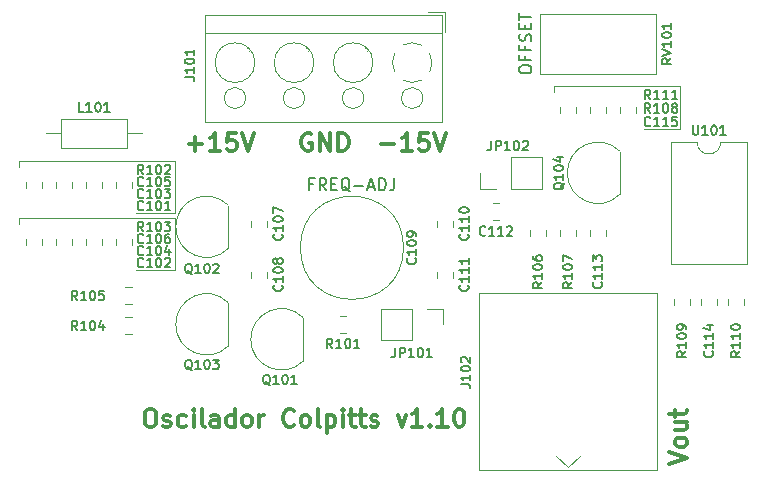
<source format=gbr>
G04 #@! TF.GenerationSoftware,KiCad,Pcbnew,(5.1.2)-1*
G04 #@! TF.CreationDate,2019-08-30T22:43:59-03:00*
G04 #@! TF.ProjectId,colpitts,636f6c70-6974-4747-932e-6b696361645f,v1*
G04 #@! TF.SameCoordinates,Original*
G04 #@! TF.FileFunction,Legend,Top*
G04 #@! TF.FilePolarity,Positive*
%FSLAX46Y46*%
G04 Gerber Fmt 4.6, Leading zero omitted, Abs format (unit mm)*
G04 Created by KiCad (PCBNEW (5.1.2)-1) date 2019-08-30 22:43:59*
%MOMM*%
%LPD*%
G04 APERTURE LIST*
%ADD10C,0.150000*%
%ADD11C,0.300000*%
%ADD12C,0.120000*%
G04 APERTURE END LIST*
D10*
X116626095Y-85272571D02*
X116292761Y-85272571D01*
X116292761Y-85796380D02*
X116292761Y-84796380D01*
X116768952Y-84796380D01*
X117721333Y-85796380D02*
X117388000Y-85320190D01*
X117149904Y-85796380D02*
X117149904Y-84796380D01*
X117530857Y-84796380D01*
X117626095Y-84844000D01*
X117673714Y-84891619D01*
X117721333Y-84986857D01*
X117721333Y-85129714D01*
X117673714Y-85224952D01*
X117626095Y-85272571D01*
X117530857Y-85320190D01*
X117149904Y-85320190D01*
X118149904Y-85272571D02*
X118483238Y-85272571D01*
X118626095Y-85796380D02*
X118149904Y-85796380D01*
X118149904Y-84796380D01*
X118626095Y-84796380D01*
X119721333Y-85891619D02*
X119626095Y-85844000D01*
X119530857Y-85748761D01*
X119388000Y-85605904D01*
X119292761Y-85558285D01*
X119197523Y-85558285D01*
X119245142Y-85796380D02*
X119149904Y-85748761D01*
X119054666Y-85653523D01*
X119007047Y-85463047D01*
X119007047Y-85129714D01*
X119054666Y-84939238D01*
X119149904Y-84844000D01*
X119245142Y-84796380D01*
X119435619Y-84796380D01*
X119530857Y-84844000D01*
X119626095Y-84939238D01*
X119673714Y-85129714D01*
X119673714Y-85463047D01*
X119626095Y-85653523D01*
X119530857Y-85748761D01*
X119435619Y-85796380D01*
X119245142Y-85796380D01*
X120102285Y-85415428D02*
X120864190Y-85415428D01*
X121292761Y-85510666D02*
X121768952Y-85510666D01*
X121197523Y-85796380D02*
X121530857Y-84796380D01*
X121864190Y-85796380D01*
X122197523Y-85796380D02*
X122197523Y-84796380D01*
X122435619Y-84796380D01*
X122578476Y-84844000D01*
X122673714Y-84939238D01*
X122721333Y-85034476D01*
X122768952Y-85224952D01*
X122768952Y-85367809D01*
X122721333Y-85558285D01*
X122673714Y-85653523D01*
X122578476Y-85748761D01*
X122435619Y-85796380D01*
X122197523Y-85796380D01*
X123483238Y-84796380D02*
X123483238Y-85510666D01*
X123435619Y-85653523D01*
X123340380Y-85748761D01*
X123197523Y-85796380D01*
X123102285Y-85796380D01*
D11*
X146752571Y-108965714D02*
X148252571Y-108465714D01*
X146752571Y-107965714D01*
X148252571Y-107251428D02*
X148181142Y-107394285D01*
X148109714Y-107465714D01*
X147966857Y-107537142D01*
X147538285Y-107537142D01*
X147395428Y-107465714D01*
X147324000Y-107394285D01*
X147252571Y-107251428D01*
X147252571Y-107037142D01*
X147324000Y-106894285D01*
X147395428Y-106822857D01*
X147538285Y-106751428D01*
X147966857Y-106751428D01*
X148109714Y-106822857D01*
X148181142Y-106894285D01*
X148252571Y-107037142D01*
X148252571Y-107251428D01*
X147252571Y-105465714D02*
X148252571Y-105465714D01*
X147252571Y-106108571D02*
X148038285Y-106108571D01*
X148181142Y-106037142D01*
X148252571Y-105894285D01*
X148252571Y-105680000D01*
X148181142Y-105537142D01*
X148109714Y-105465714D01*
X147252571Y-104965714D02*
X147252571Y-104394285D01*
X146752571Y-104751428D02*
X148038285Y-104751428D01*
X148181142Y-104680000D01*
X148252571Y-104537142D01*
X148252571Y-104394285D01*
D10*
X134072380Y-75667904D02*
X134072380Y-75477428D01*
X134120000Y-75382190D01*
X134215238Y-75286952D01*
X134405714Y-75239333D01*
X134739047Y-75239333D01*
X134929523Y-75286952D01*
X135024761Y-75382190D01*
X135072380Y-75477428D01*
X135072380Y-75667904D01*
X135024761Y-75763142D01*
X134929523Y-75858380D01*
X134739047Y-75906000D01*
X134405714Y-75906000D01*
X134215238Y-75858380D01*
X134120000Y-75763142D01*
X134072380Y-75667904D01*
X134548571Y-74477428D02*
X134548571Y-74810761D01*
X135072380Y-74810761D02*
X134072380Y-74810761D01*
X134072380Y-74334571D01*
X134548571Y-73620285D02*
X134548571Y-73953619D01*
X135072380Y-73953619D02*
X134072380Y-73953619D01*
X134072380Y-73477428D01*
X135024761Y-73144095D02*
X135072380Y-73001238D01*
X135072380Y-72763142D01*
X135024761Y-72667904D01*
X134977142Y-72620285D01*
X134881904Y-72572666D01*
X134786666Y-72572666D01*
X134691428Y-72620285D01*
X134643809Y-72667904D01*
X134596190Y-72763142D01*
X134548571Y-72953619D01*
X134500952Y-73048857D01*
X134453333Y-73096476D01*
X134358095Y-73144095D01*
X134262857Y-73144095D01*
X134167619Y-73096476D01*
X134120000Y-73048857D01*
X134072380Y-72953619D01*
X134072380Y-72715523D01*
X134120000Y-72572666D01*
X134548571Y-72144095D02*
X134548571Y-71810761D01*
X135072380Y-71667904D02*
X135072380Y-72144095D01*
X134072380Y-72144095D01*
X134072380Y-71667904D01*
X134072380Y-71382190D02*
X134072380Y-70810761D01*
X135072380Y-71096476D02*
X134072380Y-71096476D01*
D11*
X122325142Y-81895142D02*
X123468000Y-81895142D01*
X124968000Y-82466571D02*
X124110857Y-82466571D01*
X124539428Y-82466571D02*
X124539428Y-80966571D01*
X124396571Y-81180857D01*
X124253714Y-81323714D01*
X124110857Y-81395142D01*
X126325142Y-80966571D02*
X125610857Y-80966571D01*
X125539428Y-81680857D01*
X125610857Y-81609428D01*
X125753714Y-81538000D01*
X126110857Y-81538000D01*
X126253714Y-81609428D01*
X126325142Y-81680857D01*
X126396571Y-81823714D01*
X126396571Y-82180857D01*
X126325142Y-82323714D01*
X126253714Y-82395142D01*
X126110857Y-82466571D01*
X125753714Y-82466571D01*
X125610857Y-82395142D01*
X125539428Y-82323714D01*
X126825142Y-80966571D02*
X127325142Y-82466571D01*
X127825142Y-80966571D01*
X116459142Y-81038000D02*
X116316285Y-80966571D01*
X116102000Y-80966571D01*
X115887714Y-81038000D01*
X115744857Y-81180857D01*
X115673428Y-81323714D01*
X115602000Y-81609428D01*
X115602000Y-81823714D01*
X115673428Y-82109428D01*
X115744857Y-82252285D01*
X115887714Y-82395142D01*
X116102000Y-82466571D01*
X116244857Y-82466571D01*
X116459142Y-82395142D01*
X116530571Y-82323714D01*
X116530571Y-81823714D01*
X116244857Y-81823714D01*
X117173428Y-82466571D02*
X117173428Y-80966571D01*
X118030571Y-82466571D01*
X118030571Y-80966571D01*
X118744857Y-82466571D02*
X118744857Y-80966571D01*
X119102000Y-80966571D01*
X119316285Y-81038000D01*
X119459142Y-81180857D01*
X119530571Y-81323714D01*
X119602000Y-81609428D01*
X119602000Y-81823714D01*
X119530571Y-82109428D01*
X119459142Y-82252285D01*
X119316285Y-82395142D01*
X119102000Y-82466571D01*
X118744857Y-82466571D01*
X106069142Y-81895142D02*
X107212000Y-81895142D01*
X106640571Y-82466571D02*
X106640571Y-81323714D01*
X108712000Y-82466571D02*
X107854857Y-82466571D01*
X108283428Y-82466571D02*
X108283428Y-80966571D01*
X108140571Y-81180857D01*
X107997714Y-81323714D01*
X107854857Y-81395142D01*
X110069142Y-80966571D02*
X109354857Y-80966571D01*
X109283428Y-81680857D01*
X109354857Y-81609428D01*
X109497714Y-81538000D01*
X109854857Y-81538000D01*
X109997714Y-81609428D01*
X110069142Y-81680857D01*
X110140571Y-81823714D01*
X110140571Y-82180857D01*
X110069142Y-82323714D01*
X109997714Y-82395142D01*
X109854857Y-82466571D01*
X109497714Y-82466571D01*
X109354857Y-82395142D01*
X109283428Y-82323714D01*
X110569142Y-80966571D02*
X111069142Y-82466571D01*
X111569142Y-80966571D01*
X102691857Y-104334571D02*
X102977571Y-104334571D01*
X103120428Y-104406000D01*
X103263285Y-104548857D01*
X103334714Y-104834571D01*
X103334714Y-105334571D01*
X103263285Y-105620285D01*
X103120428Y-105763142D01*
X102977571Y-105834571D01*
X102691857Y-105834571D01*
X102549000Y-105763142D01*
X102406142Y-105620285D01*
X102334714Y-105334571D01*
X102334714Y-104834571D01*
X102406142Y-104548857D01*
X102549000Y-104406000D01*
X102691857Y-104334571D01*
X103906142Y-105763142D02*
X104049000Y-105834571D01*
X104334714Y-105834571D01*
X104477571Y-105763142D01*
X104549000Y-105620285D01*
X104549000Y-105548857D01*
X104477571Y-105406000D01*
X104334714Y-105334571D01*
X104120428Y-105334571D01*
X103977571Y-105263142D01*
X103906142Y-105120285D01*
X103906142Y-105048857D01*
X103977571Y-104906000D01*
X104120428Y-104834571D01*
X104334714Y-104834571D01*
X104477571Y-104906000D01*
X105834714Y-105763142D02*
X105691857Y-105834571D01*
X105406142Y-105834571D01*
X105263285Y-105763142D01*
X105191857Y-105691714D01*
X105120428Y-105548857D01*
X105120428Y-105120285D01*
X105191857Y-104977428D01*
X105263285Y-104906000D01*
X105406142Y-104834571D01*
X105691857Y-104834571D01*
X105834714Y-104906000D01*
X106477571Y-105834571D02*
X106477571Y-104834571D01*
X106477571Y-104334571D02*
X106406142Y-104406000D01*
X106477571Y-104477428D01*
X106549000Y-104406000D01*
X106477571Y-104334571D01*
X106477571Y-104477428D01*
X107406142Y-105834571D02*
X107263285Y-105763142D01*
X107191857Y-105620285D01*
X107191857Y-104334571D01*
X108620428Y-105834571D02*
X108620428Y-105048857D01*
X108549000Y-104906000D01*
X108406142Y-104834571D01*
X108120428Y-104834571D01*
X107977571Y-104906000D01*
X108620428Y-105763142D02*
X108477571Y-105834571D01*
X108120428Y-105834571D01*
X107977571Y-105763142D01*
X107906142Y-105620285D01*
X107906142Y-105477428D01*
X107977571Y-105334571D01*
X108120428Y-105263142D01*
X108477571Y-105263142D01*
X108620428Y-105191714D01*
X109977571Y-105834571D02*
X109977571Y-104334571D01*
X109977571Y-105763142D02*
X109834714Y-105834571D01*
X109549000Y-105834571D01*
X109406142Y-105763142D01*
X109334714Y-105691714D01*
X109263285Y-105548857D01*
X109263285Y-105120285D01*
X109334714Y-104977428D01*
X109406142Y-104906000D01*
X109549000Y-104834571D01*
X109834714Y-104834571D01*
X109977571Y-104906000D01*
X110906142Y-105834571D02*
X110763285Y-105763142D01*
X110691857Y-105691714D01*
X110620428Y-105548857D01*
X110620428Y-105120285D01*
X110691857Y-104977428D01*
X110763285Y-104906000D01*
X110906142Y-104834571D01*
X111120428Y-104834571D01*
X111263285Y-104906000D01*
X111334714Y-104977428D01*
X111406142Y-105120285D01*
X111406142Y-105548857D01*
X111334714Y-105691714D01*
X111263285Y-105763142D01*
X111120428Y-105834571D01*
X110906142Y-105834571D01*
X112049000Y-105834571D02*
X112049000Y-104834571D01*
X112049000Y-105120285D02*
X112120428Y-104977428D01*
X112191857Y-104906000D01*
X112334714Y-104834571D01*
X112477571Y-104834571D01*
X114977571Y-105691714D02*
X114906142Y-105763142D01*
X114691857Y-105834571D01*
X114549000Y-105834571D01*
X114334714Y-105763142D01*
X114191857Y-105620285D01*
X114120428Y-105477428D01*
X114049000Y-105191714D01*
X114049000Y-104977428D01*
X114120428Y-104691714D01*
X114191857Y-104548857D01*
X114334714Y-104406000D01*
X114549000Y-104334571D01*
X114691857Y-104334571D01*
X114906142Y-104406000D01*
X114977571Y-104477428D01*
X115834714Y-105834571D02*
X115691857Y-105763142D01*
X115620428Y-105691714D01*
X115549000Y-105548857D01*
X115549000Y-105120285D01*
X115620428Y-104977428D01*
X115691857Y-104906000D01*
X115834714Y-104834571D01*
X116049000Y-104834571D01*
X116191857Y-104906000D01*
X116263285Y-104977428D01*
X116334714Y-105120285D01*
X116334714Y-105548857D01*
X116263285Y-105691714D01*
X116191857Y-105763142D01*
X116049000Y-105834571D01*
X115834714Y-105834571D01*
X117191857Y-105834571D02*
X117049000Y-105763142D01*
X116977571Y-105620285D01*
X116977571Y-104334571D01*
X117763285Y-104834571D02*
X117763285Y-106334571D01*
X117763285Y-104906000D02*
X117906142Y-104834571D01*
X118191857Y-104834571D01*
X118334714Y-104906000D01*
X118406142Y-104977428D01*
X118477571Y-105120285D01*
X118477571Y-105548857D01*
X118406142Y-105691714D01*
X118334714Y-105763142D01*
X118191857Y-105834571D01*
X117906142Y-105834571D01*
X117763285Y-105763142D01*
X119120428Y-105834571D02*
X119120428Y-104834571D01*
X119120428Y-104334571D02*
X119049000Y-104406000D01*
X119120428Y-104477428D01*
X119191857Y-104406000D01*
X119120428Y-104334571D01*
X119120428Y-104477428D01*
X119620428Y-104834571D02*
X120191857Y-104834571D01*
X119834714Y-104334571D02*
X119834714Y-105620285D01*
X119906142Y-105763142D01*
X120049000Y-105834571D01*
X120191857Y-105834571D01*
X120477571Y-104834571D02*
X121049000Y-104834571D01*
X120691857Y-104334571D02*
X120691857Y-105620285D01*
X120763285Y-105763142D01*
X120906142Y-105834571D01*
X121049000Y-105834571D01*
X121477571Y-105763142D02*
X121620428Y-105834571D01*
X121906142Y-105834571D01*
X122049000Y-105763142D01*
X122120428Y-105620285D01*
X122120428Y-105548857D01*
X122049000Y-105406000D01*
X121906142Y-105334571D01*
X121691857Y-105334571D01*
X121549000Y-105263142D01*
X121477571Y-105120285D01*
X121477571Y-105048857D01*
X121549000Y-104906000D01*
X121691857Y-104834571D01*
X121906142Y-104834571D01*
X122049000Y-104906000D01*
X123763285Y-104834571D02*
X124120428Y-105834571D01*
X124477571Y-104834571D01*
X125834714Y-105834571D02*
X124977571Y-105834571D01*
X125406142Y-105834571D02*
X125406142Y-104334571D01*
X125263285Y-104548857D01*
X125120428Y-104691714D01*
X124977571Y-104763142D01*
X126477571Y-105691714D02*
X126549000Y-105763142D01*
X126477571Y-105834571D01*
X126406142Y-105763142D01*
X126477571Y-105691714D01*
X126477571Y-105834571D01*
X127977571Y-105834571D02*
X127120428Y-105834571D01*
X127549000Y-105834571D02*
X127549000Y-104334571D01*
X127406142Y-104548857D01*
X127263285Y-104691714D01*
X127120428Y-104763142D01*
X128906142Y-104334571D02*
X129049000Y-104334571D01*
X129191857Y-104406000D01*
X129263285Y-104477428D01*
X129334714Y-104620285D01*
X129406142Y-104906000D01*
X129406142Y-105263142D01*
X129334714Y-105548857D01*
X129263285Y-105691714D01*
X129191857Y-105763142D01*
X129049000Y-105834571D01*
X128906142Y-105834571D01*
X128763285Y-105763142D01*
X128691857Y-105691714D01*
X128620428Y-105548857D01*
X128549000Y-105263142D01*
X128549000Y-104906000D01*
X128620428Y-104620285D01*
X128691857Y-104477428D01*
X128763285Y-104406000D01*
X128906142Y-104334571D01*
D12*
X137033000Y-76962000D02*
X137033000Y-77470000D01*
X144653000Y-80645000D02*
X147701000Y-80645000D01*
X147701000Y-76962000D02*
X147701000Y-80645000D01*
X137033000Y-76962000D02*
X147701000Y-76962000D01*
X104902000Y-92583000D02*
X101600000Y-92583000D01*
X104902000Y-88138000D02*
X104902000Y-92583000D01*
X91694000Y-88138000D02*
X104902000Y-88138000D01*
X91694000Y-88646000D02*
X91694000Y-88138000D01*
X104902000Y-87757000D02*
X101600000Y-87757000D01*
X91694000Y-83312000D02*
X91694000Y-83820000D01*
X104902000Y-83312000D02*
X91694000Y-83312000D01*
X104902000Y-87757000D02*
X104902000Y-83312000D01*
X109419000Y-90700000D02*
X109419000Y-87100000D01*
X109407478Y-90738478D02*
G75*
G02X104969000Y-88900000I-1838478J1838478D01*
G01*
X109407478Y-87061522D02*
G75*
G03X104969000Y-88900000I-1838478J-1838478D01*
G01*
X151114000Y-81728000D02*
G75*
G02X149114000Y-81728000I-1000000J0D01*
G01*
X149114000Y-81728000D02*
X146879000Y-81728000D01*
X146879000Y-81728000D02*
X146879000Y-92008000D01*
X146879000Y-92008000D02*
X153349000Y-92008000D01*
X153349000Y-92008000D02*
X153349000Y-81728000D01*
X153349000Y-81728000D02*
X151114000Y-81728000D01*
X145601000Y-70871000D02*
X145601000Y-75941000D01*
X135831000Y-70871000D02*
X135831000Y-75941000D01*
X145601000Y-75941000D02*
X135831000Y-75941000D01*
X145601000Y-70871000D02*
X135831000Y-70871000D01*
X143966000Y-78732748D02*
X143966000Y-79255252D01*
X142546000Y-78732748D02*
X142546000Y-79255252D01*
X151690000Y-95511252D02*
X151690000Y-94988748D01*
X153110000Y-95511252D02*
X153110000Y-94988748D01*
X148538000Y-94988748D02*
X148538000Y-95511252D01*
X147118000Y-94988748D02*
X147118000Y-95511252D01*
X140006000Y-79255252D02*
X140006000Y-78732748D01*
X141426000Y-79255252D02*
X141426000Y-78732748D01*
X137466000Y-89669252D02*
X137466000Y-89146748D01*
X138886000Y-89669252D02*
X138886000Y-89146748D01*
X134926000Y-89669252D02*
X134926000Y-89146748D01*
X136346000Y-89669252D02*
X136346000Y-89146748D01*
X100703748Y-94032000D02*
X101226252Y-94032000D01*
X100703748Y-95452000D02*
X101226252Y-95452000D01*
X101226252Y-97992000D02*
X100703748Y-97992000D01*
X101226252Y-96572000D02*
X100703748Y-96572000D01*
X101294000Y-89908748D02*
X101294000Y-90431252D01*
X99874000Y-89908748D02*
X99874000Y-90431252D01*
X101294000Y-85082748D02*
X101294000Y-85605252D01*
X99874000Y-85082748D02*
X99874000Y-85605252D01*
X119396252Y-97865000D02*
X118873748Y-97865000D01*
X119396252Y-96445000D02*
X118873748Y-96445000D01*
X142566000Y-86128000D02*
X142566000Y-82528000D01*
X142554478Y-86166478D02*
G75*
G02X138116000Y-84328000I-1838478J1838478D01*
G01*
X142554478Y-82489522D02*
G75*
G03X138116000Y-84328000I-1838478J-1838478D01*
G01*
X109419000Y-98955000D02*
X109419000Y-95355000D01*
X109407478Y-98993478D02*
G75*
G02X104969000Y-97155000I-1838478J1838478D01*
G01*
X109407478Y-95316522D02*
G75*
G03X104969000Y-97155000I-1838478J-1838478D01*
G01*
X115769000Y-100225000D02*
X115769000Y-96625000D01*
X115757478Y-100263478D02*
G75*
G02X111319000Y-98425000I-1838478J1838478D01*
G01*
X115757478Y-96586522D02*
G75*
G03X111319000Y-98425000I-1838478J-1838478D01*
G01*
X95294000Y-79780000D02*
X95294000Y-82220000D01*
X95294000Y-82220000D02*
X100834000Y-82220000D01*
X100834000Y-82220000D02*
X100834000Y-79780000D01*
X100834000Y-79780000D02*
X95294000Y-79780000D01*
X94024000Y-81000000D02*
X95294000Y-81000000D01*
X102104000Y-81000000D02*
X100834000Y-81000000D01*
X135950000Y-85658000D02*
X135950000Y-82998000D01*
X133350000Y-85658000D02*
X135950000Y-85658000D01*
X133350000Y-82998000D02*
X135950000Y-82998000D01*
X133350000Y-85658000D02*
X133350000Y-82998000D01*
X132080000Y-85658000D02*
X130750000Y-85658000D01*
X130750000Y-85658000D02*
X130750000Y-84328000D01*
X122368000Y-95825000D02*
X122368000Y-98485000D01*
X124968000Y-95825000D02*
X122368000Y-95825000D01*
X124968000Y-98485000D02*
X122368000Y-98485000D01*
X124968000Y-95825000D02*
X124968000Y-98485000D01*
X126238000Y-95825000D02*
X127568000Y-95825000D01*
X127568000Y-95825000D02*
X127568000Y-97155000D01*
X145676000Y-109474000D02*
X130676000Y-109474000D01*
X130676000Y-109474000D02*
X130676000Y-94474000D01*
X130676000Y-94474000D02*
X145676000Y-94474000D01*
X145676000Y-94474000D02*
X145676000Y-109474000D01*
X138176000Y-109274000D02*
X139176000Y-108274000D01*
X138176000Y-109274000D02*
X137176000Y-108274000D01*
X124195288Y-73516648D02*
G75*
G02X124984000Y-73320000I788712J-1483352D01*
G01*
X123500047Y-75789088D02*
G75*
G02X123500000Y-74211000I1483953J789088D01*
G01*
X125773088Y-76483953D02*
G75*
G02X124195000Y-76484000I-789088J1483953D01*
G01*
X126467953Y-74210912D02*
G75*
G02X126468000Y-75789000I-1483953J-789088D01*
G01*
X124954617Y-73319550D02*
G75*
G02X125773000Y-73516000I29383J-1680450D01*
G01*
X125884000Y-78000000D02*
G75*
G03X125884000Y-78000000I-900000J0D01*
G01*
X121664000Y-75000000D02*
G75*
G03X121664000Y-75000000I-1680000J0D01*
G01*
X120884000Y-78000000D02*
G75*
G03X120884000Y-78000000I-900000J0D01*
G01*
X116664000Y-75000000D02*
G75*
G03X116664000Y-75000000I-1680000J0D01*
G01*
X115884000Y-78000000D02*
G75*
G03X115884000Y-78000000I-900000J0D01*
G01*
X111664000Y-75000000D02*
G75*
G03X111664000Y-75000000I-1680000J0D01*
G01*
X110884000Y-78000000D02*
G75*
G03X110884000Y-78000000I-900000J0D01*
G01*
X127544000Y-72500000D02*
X107423000Y-72500000D01*
X127544000Y-80060000D02*
X107423000Y-80060000D01*
X127544000Y-70940000D02*
X107423000Y-70940000D01*
X127544000Y-80060000D02*
X127544000Y-70940000D01*
X107423000Y-80060000D02*
X107423000Y-70940000D01*
X118709000Y-76069000D02*
X118803000Y-75976000D01*
X120994000Y-73784000D02*
X121053000Y-73726000D01*
X118914000Y-76275000D02*
X118973000Y-76216000D01*
X121164000Y-74024000D02*
X121258000Y-73931000D01*
X113709000Y-76069000D02*
X113803000Y-75976000D01*
X115994000Y-73784000D02*
X116053000Y-73726000D01*
X113914000Y-76275000D02*
X113973000Y-76216000D01*
X116164000Y-74024000D02*
X116258000Y-73931000D01*
X108709000Y-76069000D02*
X108803000Y-75976000D01*
X110994000Y-73784000D02*
X111053000Y-73726000D01*
X108914000Y-76275000D02*
X108973000Y-76216000D01*
X111164000Y-74024000D02*
X111258000Y-73931000D01*
X127784000Y-72440000D02*
X127784000Y-70700000D01*
X127784000Y-70700000D02*
X126284000Y-70700000D01*
X137466000Y-79255252D02*
X137466000Y-78732748D01*
X138886000Y-79255252D02*
X138886000Y-78732748D01*
X149404000Y-95511252D02*
X149404000Y-94988748D01*
X150824000Y-95511252D02*
X150824000Y-94988748D01*
X140006000Y-89669252D02*
X140006000Y-89146748D01*
X141426000Y-89669252D02*
X141426000Y-89146748D01*
X132341252Y-88340000D02*
X131818748Y-88340000D01*
X132341252Y-86920000D02*
X131818748Y-86920000D01*
X128472000Y-92702748D02*
X128472000Y-93225252D01*
X127052000Y-92702748D02*
X127052000Y-93225252D01*
X128472000Y-88384748D02*
X128472000Y-88907252D01*
X127052000Y-88384748D02*
X127052000Y-88907252D01*
X124254062Y-90678000D02*
G75*
G03X124254062Y-90678000I-4366062J0D01*
G01*
X112724000Y-92702748D02*
X112724000Y-93225252D01*
X111304000Y-92702748D02*
X111304000Y-93225252D01*
X112724000Y-88384748D02*
X112724000Y-88907252D01*
X111304000Y-88384748D02*
X111304000Y-88907252D01*
X98754000Y-89908748D02*
X98754000Y-90431252D01*
X97334000Y-89908748D02*
X97334000Y-90431252D01*
X98754000Y-85073748D02*
X98754000Y-85596252D01*
X97334000Y-85073748D02*
X97334000Y-85596252D01*
X96214000Y-89908748D02*
X96214000Y-90431252D01*
X94794000Y-89908748D02*
X94794000Y-90431252D01*
X96214000Y-85082748D02*
X96214000Y-85605252D01*
X94794000Y-85082748D02*
X94794000Y-85605252D01*
X93674000Y-89908748D02*
X93674000Y-90431252D01*
X92254000Y-89908748D02*
X92254000Y-90431252D01*
X93674000Y-85082748D02*
X93674000Y-85605252D01*
X92254000Y-85082748D02*
X92254000Y-85605252D01*
D10*
X106349904Y-92894095D02*
X106273714Y-92856000D01*
X106197523Y-92779809D01*
X106083238Y-92665523D01*
X106007047Y-92627428D01*
X105930857Y-92627428D01*
X105968952Y-92817904D02*
X105892761Y-92779809D01*
X105816571Y-92703619D01*
X105778476Y-92551238D01*
X105778476Y-92284571D01*
X105816571Y-92132190D01*
X105892761Y-92056000D01*
X105968952Y-92017904D01*
X106121333Y-92017904D01*
X106197523Y-92056000D01*
X106273714Y-92132190D01*
X106311809Y-92284571D01*
X106311809Y-92551238D01*
X106273714Y-92703619D01*
X106197523Y-92779809D01*
X106121333Y-92817904D01*
X105968952Y-92817904D01*
X107073714Y-92817904D02*
X106616571Y-92817904D01*
X106845142Y-92817904D02*
X106845142Y-92017904D01*
X106768952Y-92132190D01*
X106692761Y-92208380D01*
X106616571Y-92246476D01*
X107568952Y-92017904D02*
X107645142Y-92017904D01*
X107721333Y-92056000D01*
X107759428Y-92094095D01*
X107797523Y-92170285D01*
X107835619Y-92322666D01*
X107835619Y-92513142D01*
X107797523Y-92665523D01*
X107759428Y-92741714D01*
X107721333Y-92779809D01*
X107645142Y-92817904D01*
X107568952Y-92817904D01*
X107492761Y-92779809D01*
X107454666Y-92741714D01*
X107416571Y-92665523D01*
X107378476Y-92513142D01*
X107378476Y-92322666D01*
X107416571Y-92170285D01*
X107454666Y-92094095D01*
X107492761Y-92056000D01*
X107568952Y-92017904D01*
X108140380Y-92094095D02*
X108178476Y-92056000D01*
X108254666Y-92017904D01*
X108445142Y-92017904D01*
X108521333Y-92056000D01*
X108559428Y-92094095D01*
X108597523Y-92170285D01*
X108597523Y-92246476D01*
X108559428Y-92360761D01*
X108102285Y-92817904D01*
X108597523Y-92817904D01*
X148742571Y-80289904D02*
X148742571Y-80937523D01*
X148780666Y-81013714D01*
X148818761Y-81051809D01*
X148894952Y-81089904D01*
X149047333Y-81089904D01*
X149123523Y-81051809D01*
X149161619Y-81013714D01*
X149199714Y-80937523D01*
X149199714Y-80289904D01*
X149999714Y-81089904D02*
X149542571Y-81089904D01*
X149771142Y-81089904D02*
X149771142Y-80289904D01*
X149694952Y-80404190D01*
X149618761Y-80480380D01*
X149542571Y-80518476D01*
X150494952Y-80289904D02*
X150571142Y-80289904D01*
X150647333Y-80328000D01*
X150685428Y-80366095D01*
X150723523Y-80442285D01*
X150761619Y-80594666D01*
X150761619Y-80785142D01*
X150723523Y-80937523D01*
X150685428Y-81013714D01*
X150647333Y-81051809D01*
X150571142Y-81089904D01*
X150494952Y-81089904D01*
X150418761Y-81051809D01*
X150380666Y-81013714D01*
X150342571Y-80937523D01*
X150304476Y-80785142D01*
X150304476Y-80594666D01*
X150342571Y-80442285D01*
X150380666Y-80366095D01*
X150418761Y-80328000D01*
X150494952Y-80289904D01*
X151523523Y-81089904D02*
X151066380Y-81089904D01*
X151294952Y-81089904D02*
X151294952Y-80289904D01*
X151218761Y-80404190D01*
X151142571Y-80480380D01*
X151066380Y-80518476D01*
X146919904Y-74644095D02*
X146538952Y-74910761D01*
X146919904Y-75101238D02*
X146119904Y-75101238D01*
X146119904Y-74796476D01*
X146158000Y-74720285D01*
X146196095Y-74682190D01*
X146272285Y-74644095D01*
X146386571Y-74644095D01*
X146462761Y-74682190D01*
X146500857Y-74720285D01*
X146538952Y-74796476D01*
X146538952Y-75101238D01*
X146119904Y-74415523D02*
X146919904Y-74148857D01*
X146119904Y-73882190D01*
X146919904Y-73196476D02*
X146919904Y-73653619D01*
X146919904Y-73425047D02*
X146119904Y-73425047D01*
X146234190Y-73501238D01*
X146310380Y-73577428D01*
X146348476Y-73653619D01*
X146119904Y-72701238D02*
X146119904Y-72625047D01*
X146158000Y-72548857D01*
X146196095Y-72510761D01*
X146272285Y-72472666D01*
X146424666Y-72434571D01*
X146615142Y-72434571D01*
X146767523Y-72472666D01*
X146843714Y-72510761D01*
X146881809Y-72548857D01*
X146919904Y-72625047D01*
X146919904Y-72701238D01*
X146881809Y-72777428D01*
X146843714Y-72815523D01*
X146767523Y-72853619D01*
X146615142Y-72891714D01*
X146424666Y-72891714D01*
X146272285Y-72853619D01*
X146196095Y-72815523D01*
X146158000Y-72777428D01*
X146119904Y-72701238D01*
X146919904Y-71672666D02*
X146919904Y-72129809D01*
X146919904Y-71901238D02*
X146119904Y-71901238D01*
X146234190Y-71977428D01*
X146310380Y-72053619D01*
X146348476Y-72129809D01*
X145154761Y-78085904D02*
X144888095Y-77704952D01*
X144697619Y-78085904D02*
X144697619Y-77285904D01*
X145002380Y-77285904D01*
X145078571Y-77324000D01*
X145116666Y-77362095D01*
X145154761Y-77438285D01*
X145154761Y-77552571D01*
X145116666Y-77628761D01*
X145078571Y-77666857D01*
X145002380Y-77704952D01*
X144697619Y-77704952D01*
X145916666Y-78085904D02*
X145459523Y-78085904D01*
X145688095Y-78085904D02*
X145688095Y-77285904D01*
X145611904Y-77400190D01*
X145535714Y-77476380D01*
X145459523Y-77514476D01*
X146678571Y-78085904D02*
X146221428Y-78085904D01*
X146450000Y-78085904D02*
X146450000Y-77285904D01*
X146373809Y-77400190D01*
X146297619Y-77476380D01*
X146221428Y-77514476D01*
X147440476Y-78085904D02*
X146983333Y-78085904D01*
X147211904Y-78085904D02*
X147211904Y-77285904D01*
X147135714Y-77400190D01*
X147059523Y-77476380D01*
X146983333Y-77514476D01*
X152761904Y-99447238D02*
X152380952Y-99713904D01*
X152761904Y-99904380D02*
X151961904Y-99904380D01*
X151961904Y-99599619D01*
X152000000Y-99523428D01*
X152038095Y-99485333D01*
X152114285Y-99447238D01*
X152228571Y-99447238D01*
X152304761Y-99485333D01*
X152342857Y-99523428D01*
X152380952Y-99599619D01*
X152380952Y-99904380D01*
X152761904Y-98685333D02*
X152761904Y-99142476D01*
X152761904Y-98913904D02*
X151961904Y-98913904D01*
X152076190Y-98990095D01*
X152152380Y-99066285D01*
X152190476Y-99142476D01*
X152761904Y-97923428D02*
X152761904Y-98380571D01*
X152761904Y-98152000D02*
X151961904Y-98152000D01*
X152076190Y-98228190D01*
X152152380Y-98304380D01*
X152190476Y-98380571D01*
X151961904Y-97428190D02*
X151961904Y-97352000D01*
X152000000Y-97275809D01*
X152038095Y-97237714D01*
X152114285Y-97199619D01*
X152266666Y-97161523D01*
X152457142Y-97161523D01*
X152609523Y-97199619D01*
X152685714Y-97237714D01*
X152723809Y-97275809D01*
X152761904Y-97352000D01*
X152761904Y-97428190D01*
X152723809Y-97504380D01*
X152685714Y-97542476D01*
X152609523Y-97580571D01*
X152457142Y-97618666D01*
X152266666Y-97618666D01*
X152114285Y-97580571D01*
X152038095Y-97542476D01*
X152000000Y-97504380D01*
X151961904Y-97428190D01*
X148189904Y-99447238D02*
X147808952Y-99713904D01*
X148189904Y-99904380D02*
X147389904Y-99904380D01*
X147389904Y-99599619D01*
X147428000Y-99523428D01*
X147466095Y-99485333D01*
X147542285Y-99447238D01*
X147656571Y-99447238D01*
X147732761Y-99485333D01*
X147770857Y-99523428D01*
X147808952Y-99599619D01*
X147808952Y-99904380D01*
X148189904Y-98685333D02*
X148189904Y-99142476D01*
X148189904Y-98913904D02*
X147389904Y-98913904D01*
X147504190Y-98990095D01*
X147580380Y-99066285D01*
X147618476Y-99142476D01*
X147389904Y-98190095D02*
X147389904Y-98113904D01*
X147428000Y-98037714D01*
X147466095Y-97999619D01*
X147542285Y-97961523D01*
X147694666Y-97923428D01*
X147885142Y-97923428D01*
X148037523Y-97961523D01*
X148113714Y-97999619D01*
X148151809Y-98037714D01*
X148189904Y-98113904D01*
X148189904Y-98190095D01*
X148151809Y-98266285D01*
X148113714Y-98304380D01*
X148037523Y-98342476D01*
X147885142Y-98380571D01*
X147694666Y-98380571D01*
X147542285Y-98342476D01*
X147466095Y-98304380D01*
X147428000Y-98266285D01*
X147389904Y-98190095D01*
X148189904Y-97542476D02*
X148189904Y-97390095D01*
X148151809Y-97313904D01*
X148113714Y-97275809D01*
X147999428Y-97199619D01*
X147847047Y-97161523D01*
X147542285Y-97161523D01*
X147466095Y-97199619D01*
X147428000Y-97237714D01*
X147389904Y-97313904D01*
X147389904Y-97466285D01*
X147428000Y-97542476D01*
X147466095Y-97580571D01*
X147542285Y-97618666D01*
X147732761Y-97618666D01*
X147808952Y-97580571D01*
X147847047Y-97542476D01*
X147885142Y-97466285D01*
X147885142Y-97313904D01*
X147847047Y-97237714D01*
X147808952Y-97199619D01*
X147732761Y-97161523D01*
X145154761Y-79228904D02*
X144888095Y-78847952D01*
X144697619Y-79228904D02*
X144697619Y-78428904D01*
X145002380Y-78428904D01*
X145078571Y-78467000D01*
X145116666Y-78505095D01*
X145154761Y-78581285D01*
X145154761Y-78695571D01*
X145116666Y-78771761D01*
X145078571Y-78809857D01*
X145002380Y-78847952D01*
X144697619Y-78847952D01*
X145916666Y-79228904D02*
X145459523Y-79228904D01*
X145688095Y-79228904D02*
X145688095Y-78428904D01*
X145611904Y-78543190D01*
X145535714Y-78619380D01*
X145459523Y-78657476D01*
X146411904Y-78428904D02*
X146488095Y-78428904D01*
X146564285Y-78467000D01*
X146602380Y-78505095D01*
X146640476Y-78581285D01*
X146678571Y-78733666D01*
X146678571Y-78924142D01*
X146640476Y-79076523D01*
X146602380Y-79152714D01*
X146564285Y-79190809D01*
X146488095Y-79228904D01*
X146411904Y-79228904D01*
X146335714Y-79190809D01*
X146297619Y-79152714D01*
X146259523Y-79076523D01*
X146221428Y-78924142D01*
X146221428Y-78733666D01*
X146259523Y-78581285D01*
X146297619Y-78505095D01*
X146335714Y-78467000D01*
X146411904Y-78428904D01*
X147135714Y-78771761D02*
X147059523Y-78733666D01*
X147021428Y-78695571D01*
X146983333Y-78619380D01*
X146983333Y-78581285D01*
X147021428Y-78505095D01*
X147059523Y-78467000D01*
X147135714Y-78428904D01*
X147288095Y-78428904D01*
X147364285Y-78467000D01*
X147402380Y-78505095D01*
X147440476Y-78581285D01*
X147440476Y-78619380D01*
X147402380Y-78695571D01*
X147364285Y-78733666D01*
X147288095Y-78771761D01*
X147135714Y-78771761D01*
X147059523Y-78809857D01*
X147021428Y-78847952D01*
X146983333Y-78924142D01*
X146983333Y-79076523D01*
X147021428Y-79152714D01*
X147059523Y-79190809D01*
X147135714Y-79228904D01*
X147288095Y-79228904D01*
X147364285Y-79190809D01*
X147402380Y-79152714D01*
X147440476Y-79076523D01*
X147440476Y-78924142D01*
X147402380Y-78847952D01*
X147364285Y-78809857D01*
X147288095Y-78771761D01*
X138537904Y-93605238D02*
X138156952Y-93871904D01*
X138537904Y-94062380D02*
X137737904Y-94062380D01*
X137737904Y-93757619D01*
X137776000Y-93681428D01*
X137814095Y-93643333D01*
X137890285Y-93605238D01*
X138004571Y-93605238D01*
X138080761Y-93643333D01*
X138118857Y-93681428D01*
X138156952Y-93757619D01*
X138156952Y-94062380D01*
X138537904Y-92843333D02*
X138537904Y-93300476D01*
X138537904Y-93071904D02*
X137737904Y-93071904D01*
X137852190Y-93148095D01*
X137928380Y-93224285D01*
X137966476Y-93300476D01*
X137737904Y-92348095D02*
X137737904Y-92271904D01*
X137776000Y-92195714D01*
X137814095Y-92157619D01*
X137890285Y-92119523D01*
X138042666Y-92081428D01*
X138233142Y-92081428D01*
X138385523Y-92119523D01*
X138461714Y-92157619D01*
X138499809Y-92195714D01*
X138537904Y-92271904D01*
X138537904Y-92348095D01*
X138499809Y-92424285D01*
X138461714Y-92462380D01*
X138385523Y-92500476D01*
X138233142Y-92538571D01*
X138042666Y-92538571D01*
X137890285Y-92500476D01*
X137814095Y-92462380D01*
X137776000Y-92424285D01*
X137737904Y-92348095D01*
X137737904Y-91814761D02*
X137737904Y-91281428D01*
X138537904Y-91624285D01*
X135997904Y-93605238D02*
X135616952Y-93871904D01*
X135997904Y-94062380D02*
X135197904Y-94062380D01*
X135197904Y-93757619D01*
X135236000Y-93681428D01*
X135274095Y-93643333D01*
X135350285Y-93605238D01*
X135464571Y-93605238D01*
X135540761Y-93643333D01*
X135578857Y-93681428D01*
X135616952Y-93757619D01*
X135616952Y-94062380D01*
X135997904Y-92843333D02*
X135997904Y-93300476D01*
X135997904Y-93071904D02*
X135197904Y-93071904D01*
X135312190Y-93148095D01*
X135388380Y-93224285D01*
X135426476Y-93300476D01*
X135197904Y-92348095D02*
X135197904Y-92271904D01*
X135236000Y-92195714D01*
X135274095Y-92157619D01*
X135350285Y-92119523D01*
X135502666Y-92081428D01*
X135693142Y-92081428D01*
X135845523Y-92119523D01*
X135921714Y-92157619D01*
X135959809Y-92195714D01*
X135997904Y-92271904D01*
X135997904Y-92348095D01*
X135959809Y-92424285D01*
X135921714Y-92462380D01*
X135845523Y-92500476D01*
X135693142Y-92538571D01*
X135502666Y-92538571D01*
X135350285Y-92500476D01*
X135274095Y-92462380D01*
X135236000Y-92424285D01*
X135197904Y-92348095D01*
X135197904Y-91395714D02*
X135197904Y-91548095D01*
X135236000Y-91624285D01*
X135274095Y-91662380D01*
X135388380Y-91738571D01*
X135540761Y-91776666D01*
X135845523Y-91776666D01*
X135921714Y-91738571D01*
X135959809Y-91700476D01*
X135997904Y-91624285D01*
X135997904Y-91471904D01*
X135959809Y-91395714D01*
X135921714Y-91357619D01*
X135845523Y-91319523D01*
X135655047Y-91319523D01*
X135578857Y-91357619D01*
X135540761Y-91395714D01*
X135502666Y-91471904D01*
X135502666Y-91624285D01*
X135540761Y-91700476D01*
X135578857Y-91738571D01*
X135655047Y-91776666D01*
X96640761Y-95103904D02*
X96374095Y-94722952D01*
X96183619Y-95103904D02*
X96183619Y-94303904D01*
X96488380Y-94303904D01*
X96564571Y-94342000D01*
X96602666Y-94380095D01*
X96640761Y-94456285D01*
X96640761Y-94570571D01*
X96602666Y-94646761D01*
X96564571Y-94684857D01*
X96488380Y-94722952D01*
X96183619Y-94722952D01*
X97402666Y-95103904D02*
X96945523Y-95103904D01*
X97174095Y-95103904D02*
X97174095Y-94303904D01*
X97097904Y-94418190D01*
X97021714Y-94494380D01*
X96945523Y-94532476D01*
X97897904Y-94303904D02*
X97974095Y-94303904D01*
X98050285Y-94342000D01*
X98088380Y-94380095D01*
X98126476Y-94456285D01*
X98164571Y-94608666D01*
X98164571Y-94799142D01*
X98126476Y-94951523D01*
X98088380Y-95027714D01*
X98050285Y-95065809D01*
X97974095Y-95103904D01*
X97897904Y-95103904D01*
X97821714Y-95065809D01*
X97783619Y-95027714D01*
X97745523Y-94951523D01*
X97707428Y-94799142D01*
X97707428Y-94608666D01*
X97745523Y-94456285D01*
X97783619Y-94380095D01*
X97821714Y-94342000D01*
X97897904Y-94303904D01*
X98888380Y-94303904D02*
X98507428Y-94303904D01*
X98469333Y-94684857D01*
X98507428Y-94646761D01*
X98583619Y-94608666D01*
X98774095Y-94608666D01*
X98850285Y-94646761D01*
X98888380Y-94684857D01*
X98926476Y-94761047D01*
X98926476Y-94951523D01*
X98888380Y-95027714D01*
X98850285Y-95065809D01*
X98774095Y-95103904D01*
X98583619Y-95103904D01*
X98507428Y-95065809D01*
X98469333Y-95027714D01*
X96640761Y-97643904D02*
X96374095Y-97262952D01*
X96183619Y-97643904D02*
X96183619Y-96843904D01*
X96488380Y-96843904D01*
X96564571Y-96882000D01*
X96602666Y-96920095D01*
X96640761Y-96996285D01*
X96640761Y-97110571D01*
X96602666Y-97186761D01*
X96564571Y-97224857D01*
X96488380Y-97262952D01*
X96183619Y-97262952D01*
X97402666Y-97643904D02*
X96945523Y-97643904D01*
X97174095Y-97643904D02*
X97174095Y-96843904D01*
X97097904Y-96958190D01*
X97021714Y-97034380D01*
X96945523Y-97072476D01*
X97897904Y-96843904D02*
X97974095Y-96843904D01*
X98050285Y-96882000D01*
X98088380Y-96920095D01*
X98126476Y-96996285D01*
X98164571Y-97148666D01*
X98164571Y-97339142D01*
X98126476Y-97491523D01*
X98088380Y-97567714D01*
X98050285Y-97605809D01*
X97974095Y-97643904D01*
X97897904Y-97643904D01*
X97821714Y-97605809D01*
X97783619Y-97567714D01*
X97745523Y-97491523D01*
X97707428Y-97339142D01*
X97707428Y-97148666D01*
X97745523Y-96996285D01*
X97783619Y-96920095D01*
X97821714Y-96882000D01*
X97897904Y-96843904D01*
X98850285Y-97110571D02*
X98850285Y-97643904D01*
X98659809Y-96805809D02*
X98469333Y-97377238D01*
X98964571Y-97377238D01*
X102228761Y-89261904D02*
X101962095Y-88880952D01*
X101771619Y-89261904D02*
X101771619Y-88461904D01*
X102076380Y-88461904D01*
X102152571Y-88500000D01*
X102190666Y-88538095D01*
X102228761Y-88614285D01*
X102228761Y-88728571D01*
X102190666Y-88804761D01*
X102152571Y-88842857D01*
X102076380Y-88880952D01*
X101771619Y-88880952D01*
X102990666Y-89261904D02*
X102533523Y-89261904D01*
X102762095Y-89261904D02*
X102762095Y-88461904D01*
X102685904Y-88576190D01*
X102609714Y-88652380D01*
X102533523Y-88690476D01*
X103485904Y-88461904D02*
X103562095Y-88461904D01*
X103638285Y-88500000D01*
X103676380Y-88538095D01*
X103714476Y-88614285D01*
X103752571Y-88766666D01*
X103752571Y-88957142D01*
X103714476Y-89109523D01*
X103676380Y-89185714D01*
X103638285Y-89223809D01*
X103562095Y-89261904D01*
X103485904Y-89261904D01*
X103409714Y-89223809D01*
X103371619Y-89185714D01*
X103333523Y-89109523D01*
X103295428Y-88957142D01*
X103295428Y-88766666D01*
X103333523Y-88614285D01*
X103371619Y-88538095D01*
X103409714Y-88500000D01*
X103485904Y-88461904D01*
X104019238Y-88461904D02*
X104514476Y-88461904D01*
X104247809Y-88766666D01*
X104362095Y-88766666D01*
X104438285Y-88804761D01*
X104476380Y-88842857D01*
X104514476Y-88919047D01*
X104514476Y-89109523D01*
X104476380Y-89185714D01*
X104438285Y-89223809D01*
X104362095Y-89261904D01*
X104133523Y-89261904D01*
X104057333Y-89223809D01*
X104019238Y-89185714D01*
X102228761Y-84435904D02*
X101962095Y-84054952D01*
X101771619Y-84435904D02*
X101771619Y-83635904D01*
X102076380Y-83635904D01*
X102152571Y-83674000D01*
X102190666Y-83712095D01*
X102228761Y-83788285D01*
X102228761Y-83902571D01*
X102190666Y-83978761D01*
X102152571Y-84016857D01*
X102076380Y-84054952D01*
X101771619Y-84054952D01*
X102990666Y-84435904D02*
X102533523Y-84435904D01*
X102762095Y-84435904D02*
X102762095Y-83635904D01*
X102685904Y-83750190D01*
X102609714Y-83826380D01*
X102533523Y-83864476D01*
X103485904Y-83635904D02*
X103562095Y-83635904D01*
X103638285Y-83674000D01*
X103676380Y-83712095D01*
X103714476Y-83788285D01*
X103752571Y-83940666D01*
X103752571Y-84131142D01*
X103714476Y-84283523D01*
X103676380Y-84359714D01*
X103638285Y-84397809D01*
X103562095Y-84435904D01*
X103485904Y-84435904D01*
X103409714Y-84397809D01*
X103371619Y-84359714D01*
X103333523Y-84283523D01*
X103295428Y-84131142D01*
X103295428Y-83940666D01*
X103333523Y-83788285D01*
X103371619Y-83712095D01*
X103409714Y-83674000D01*
X103485904Y-83635904D01*
X104057333Y-83712095D02*
X104095428Y-83674000D01*
X104171619Y-83635904D01*
X104362095Y-83635904D01*
X104438285Y-83674000D01*
X104476380Y-83712095D01*
X104514476Y-83788285D01*
X104514476Y-83864476D01*
X104476380Y-83978761D01*
X104019238Y-84435904D01*
X104514476Y-84435904D01*
X118239761Y-99166904D02*
X117973095Y-98785952D01*
X117782619Y-99166904D02*
X117782619Y-98366904D01*
X118087380Y-98366904D01*
X118163571Y-98405000D01*
X118201666Y-98443095D01*
X118239761Y-98519285D01*
X118239761Y-98633571D01*
X118201666Y-98709761D01*
X118163571Y-98747857D01*
X118087380Y-98785952D01*
X117782619Y-98785952D01*
X119001666Y-99166904D02*
X118544523Y-99166904D01*
X118773095Y-99166904D02*
X118773095Y-98366904D01*
X118696904Y-98481190D01*
X118620714Y-98557380D01*
X118544523Y-98595476D01*
X119496904Y-98366904D02*
X119573095Y-98366904D01*
X119649285Y-98405000D01*
X119687380Y-98443095D01*
X119725476Y-98519285D01*
X119763571Y-98671666D01*
X119763571Y-98862142D01*
X119725476Y-99014523D01*
X119687380Y-99090714D01*
X119649285Y-99128809D01*
X119573095Y-99166904D01*
X119496904Y-99166904D01*
X119420714Y-99128809D01*
X119382619Y-99090714D01*
X119344523Y-99014523D01*
X119306428Y-98862142D01*
X119306428Y-98671666D01*
X119344523Y-98519285D01*
X119382619Y-98443095D01*
X119420714Y-98405000D01*
X119496904Y-98366904D01*
X120525476Y-99166904D02*
X120068333Y-99166904D01*
X120296904Y-99166904D02*
X120296904Y-98366904D01*
X120220714Y-98481190D01*
X120144523Y-98557380D01*
X120068333Y-98595476D01*
X137852095Y-85166095D02*
X137814000Y-85242285D01*
X137737809Y-85318476D01*
X137623523Y-85432761D01*
X137585428Y-85508952D01*
X137585428Y-85585142D01*
X137775904Y-85547047D02*
X137737809Y-85623238D01*
X137661619Y-85699428D01*
X137509238Y-85737523D01*
X137242571Y-85737523D01*
X137090190Y-85699428D01*
X137014000Y-85623238D01*
X136975904Y-85547047D01*
X136975904Y-85394666D01*
X137014000Y-85318476D01*
X137090190Y-85242285D01*
X137242571Y-85204190D01*
X137509238Y-85204190D01*
X137661619Y-85242285D01*
X137737809Y-85318476D01*
X137775904Y-85394666D01*
X137775904Y-85547047D01*
X137775904Y-84442285D02*
X137775904Y-84899428D01*
X137775904Y-84670857D02*
X136975904Y-84670857D01*
X137090190Y-84747047D01*
X137166380Y-84823238D01*
X137204476Y-84899428D01*
X136975904Y-83947047D02*
X136975904Y-83870857D01*
X137014000Y-83794666D01*
X137052095Y-83756571D01*
X137128285Y-83718476D01*
X137280666Y-83680380D01*
X137471142Y-83680380D01*
X137623523Y-83718476D01*
X137699714Y-83756571D01*
X137737809Y-83794666D01*
X137775904Y-83870857D01*
X137775904Y-83947047D01*
X137737809Y-84023238D01*
X137699714Y-84061333D01*
X137623523Y-84099428D01*
X137471142Y-84137523D01*
X137280666Y-84137523D01*
X137128285Y-84099428D01*
X137052095Y-84061333D01*
X137014000Y-84023238D01*
X136975904Y-83947047D01*
X137242571Y-82994666D02*
X137775904Y-82994666D01*
X136937809Y-83185142D02*
X137509238Y-83375619D01*
X137509238Y-82880380D01*
X106349904Y-101022095D02*
X106273714Y-100984000D01*
X106197523Y-100907809D01*
X106083238Y-100793523D01*
X106007047Y-100755428D01*
X105930857Y-100755428D01*
X105968952Y-100945904D02*
X105892761Y-100907809D01*
X105816571Y-100831619D01*
X105778476Y-100679238D01*
X105778476Y-100412571D01*
X105816571Y-100260190D01*
X105892761Y-100184000D01*
X105968952Y-100145904D01*
X106121333Y-100145904D01*
X106197523Y-100184000D01*
X106273714Y-100260190D01*
X106311809Y-100412571D01*
X106311809Y-100679238D01*
X106273714Y-100831619D01*
X106197523Y-100907809D01*
X106121333Y-100945904D01*
X105968952Y-100945904D01*
X107073714Y-100945904D02*
X106616571Y-100945904D01*
X106845142Y-100945904D02*
X106845142Y-100145904D01*
X106768952Y-100260190D01*
X106692761Y-100336380D01*
X106616571Y-100374476D01*
X107568952Y-100145904D02*
X107645142Y-100145904D01*
X107721333Y-100184000D01*
X107759428Y-100222095D01*
X107797523Y-100298285D01*
X107835619Y-100450666D01*
X107835619Y-100641142D01*
X107797523Y-100793523D01*
X107759428Y-100869714D01*
X107721333Y-100907809D01*
X107645142Y-100945904D01*
X107568952Y-100945904D01*
X107492761Y-100907809D01*
X107454666Y-100869714D01*
X107416571Y-100793523D01*
X107378476Y-100641142D01*
X107378476Y-100450666D01*
X107416571Y-100298285D01*
X107454666Y-100222095D01*
X107492761Y-100184000D01*
X107568952Y-100145904D01*
X108102285Y-100145904D02*
X108597523Y-100145904D01*
X108330857Y-100450666D01*
X108445142Y-100450666D01*
X108521333Y-100488761D01*
X108559428Y-100526857D01*
X108597523Y-100603047D01*
X108597523Y-100793523D01*
X108559428Y-100869714D01*
X108521333Y-100907809D01*
X108445142Y-100945904D01*
X108216571Y-100945904D01*
X108140380Y-100907809D01*
X108102285Y-100869714D01*
X112953904Y-102292095D02*
X112877714Y-102254000D01*
X112801523Y-102177809D01*
X112687238Y-102063523D01*
X112611047Y-102025428D01*
X112534857Y-102025428D01*
X112572952Y-102215904D02*
X112496761Y-102177809D01*
X112420571Y-102101619D01*
X112382476Y-101949238D01*
X112382476Y-101682571D01*
X112420571Y-101530190D01*
X112496761Y-101454000D01*
X112572952Y-101415904D01*
X112725333Y-101415904D01*
X112801523Y-101454000D01*
X112877714Y-101530190D01*
X112915809Y-101682571D01*
X112915809Y-101949238D01*
X112877714Y-102101619D01*
X112801523Y-102177809D01*
X112725333Y-102215904D01*
X112572952Y-102215904D01*
X113677714Y-102215904D02*
X113220571Y-102215904D01*
X113449142Y-102215904D02*
X113449142Y-101415904D01*
X113372952Y-101530190D01*
X113296761Y-101606380D01*
X113220571Y-101644476D01*
X114172952Y-101415904D02*
X114249142Y-101415904D01*
X114325333Y-101454000D01*
X114363428Y-101492095D01*
X114401523Y-101568285D01*
X114439619Y-101720666D01*
X114439619Y-101911142D01*
X114401523Y-102063523D01*
X114363428Y-102139714D01*
X114325333Y-102177809D01*
X114249142Y-102215904D01*
X114172952Y-102215904D01*
X114096761Y-102177809D01*
X114058666Y-102139714D01*
X114020571Y-102063523D01*
X113982476Y-101911142D01*
X113982476Y-101720666D01*
X114020571Y-101568285D01*
X114058666Y-101492095D01*
X114096761Y-101454000D01*
X114172952Y-101415904D01*
X115201523Y-102215904D02*
X114744380Y-102215904D01*
X114972952Y-102215904D02*
X114972952Y-101415904D01*
X114896761Y-101530190D01*
X114820571Y-101606380D01*
X114744380Y-101644476D01*
X97168761Y-79141904D02*
X96787809Y-79141904D01*
X96787809Y-78341904D01*
X97854476Y-79141904D02*
X97397333Y-79141904D01*
X97625904Y-79141904D02*
X97625904Y-78341904D01*
X97549714Y-78456190D01*
X97473523Y-78532380D01*
X97397333Y-78570476D01*
X98349714Y-78341904D02*
X98425904Y-78341904D01*
X98502095Y-78380000D01*
X98540190Y-78418095D01*
X98578285Y-78494285D01*
X98616380Y-78646666D01*
X98616380Y-78837142D01*
X98578285Y-78989523D01*
X98540190Y-79065714D01*
X98502095Y-79103809D01*
X98425904Y-79141904D01*
X98349714Y-79141904D01*
X98273523Y-79103809D01*
X98235428Y-79065714D01*
X98197333Y-78989523D01*
X98159238Y-78837142D01*
X98159238Y-78646666D01*
X98197333Y-78494285D01*
X98235428Y-78418095D01*
X98273523Y-78380000D01*
X98349714Y-78341904D01*
X99378285Y-79141904D02*
X98921142Y-79141904D01*
X99149714Y-79141904D02*
X99149714Y-78341904D01*
X99073523Y-78456190D01*
X98997333Y-78532380D01*
X98921142Y-78570476D01*
X131667428Y-81603904D02*
X131667428Y-82175333D01*
X131629333Y-82289619D01*
X131553142Y-82365809D01*
X131438857Y-82403904D01*
X131362666Y-82403904D01*
X132048380Y-82403904D02*
X132048380Y-81603904D01*
X132353142Y-81603904D01*
X132429333Y-81642000D01*
X132467428Y-81680095D01*
X132505523Y-81756285D01*
X132505523Y-81870571D01*
X132467428Y-81946761D01*
X132429333Y-81984857D01*
X132353142Y-82022952D01*
X132048380Y-82022952D01*
X133267428Y-82403904D02*
X132810285Y-82403904D01*
X133038857Y-82403904D02*
X133038857Y-81603904D01*
X132962666Y-81718190D01*
X132886476Y-81794380D01*
X132810285Y-81832476D01*
X133762666Y-81603904D02*
X133838857Y-81603904D01*
X133915047Y-81642000D01*
X133953142Y-81680095D01*
X133991238Y-81756285D01*
X134029333Y-81908666D01*
X134029333Y-82099142D01*
X133991238Y-82251523D01*
X133953142Y-82327714D01*
X133915047Y-82365809D01*
X133838857Y-82403904D01*
X133762666Y-82403904D01*
X133686476Y-82365809D01*
X133648380Y-82327714D01*
X133610285Y-82251523D01*
X133572190Y-82099142D01*
X133572190Y-81908666D01*
X133610285Y-81756285D01*
X133648380Y-81680095D01*
X133686476Y-81642000D01*
X133762666Y-81603904D01*
X134334095Y-81680095D02*
X134372190Y-81642000D01*
X134448380Y-81603904D01*
X134638857Y-81603904D01*
X134715047Y-81642000D01*
X134753142Y-81680095D01*
X134791238Y-81756285D01*
X134791238Y-81832476D01*
X134753142Y-81946761D01*
X134296000Y-82403904D01*
X134791238Y-82403904D01*
X123539428Y-99129904D02*
X123539428Y-99701333D01*
X123501333Y-99815619D01*
X123425142Y-99891809D01*
X123310857Y-99929904D01*
X123234666Y-99929904D01*
X123920380Y-99929904D02*
X123920380Y-99129904D01*
X124225142Y-99129904D01*
X124301333Y-99168000D01*
X124339428Y-99206095D01*
X124377523Y-99282285D01*
X124377523Y-99396571D01*
X124339428Y-99472761D01*
X124301333Y-99510857D01*
X124225142Y-99548952D01*
X123920380Y-99548952D01*
X125139428Y-99929904D02*
X124682285Y-99929904D01*
X124910857Y-99929904D02*
X124910857Y-99129904D01*
X124834666Y-99244190D01*
X124758476Y-99320380D01*
X124682285Y-99358476D01*
X125634666Y-99129904D02*
X125710857Y-99129904D01*
X125787047Y-99168000D01*
X125825142Y-99206095D01*
X125863238Y-99282285D01*
X125901333Y-99434666D01*
X125901333Y-99625142D01*
X125863238Y-99777523D01*
X125825142Y-99853714D01*
X125787047Y-99891809D01*
X125710857Y-99929904D01*
X125634666Y-99929904D01*
X125558476Y-99891809D01*
X125520380Y-99853714D01*
X125482285Y-99777523D01*
X125444190Y-99625142D01*
X125444190Y-99434666D01*
X125482285Y-99282285D01*
X125520380Y-99206095D01*
X125558476Y-99168000D01*
X125634666Y-99129904D01*
X126663238Y-99929904D02*
X126206095Y-99929904D01*
X126434666Y-99929904D02*
X126434666Y-99129904D01*
X126358476Y-99244190D01*
X126282285Y-99320380D01*
X126206095Y-99358476D01*
X129101904Y-102247571D02*
X129673333Y-102247571D01*
X129787619Y-102285666D01*
X129863809Y-102361857D01*
X129901904Y-102476142D01*
X129901904Y-102552333D01*
X129901904Y-101447571D02*
X129901904Y-101904714D01*
X129901904Y-101676142D02*
X129101904Y-101676142D01*
X129216190Y-101752333D01*
X129292380Y-101828523D01*
X129330476Y-101904714D01*
X129101904Y-100952333D02*
X129101904Y-100876142D01*
X129140000Y-100799952D01*
X129178095Y-100761857D01*
X129254285Y-100723761D01*
X129406666Y-100685666D01*
X129597142Y-100685666D01*
X129749523Y-100723761D01*
X129825714Y-100761857D01*
X129863809Y-100799952D01*
X129901904Y-100876142D01*
X129901904Y-100952333D01*
X129863809Y-101028523D01*
X129825714Y-101066619D01*
X129749523Y-101104714D01*
X129597142Y-101142809D01*
X129406666Y-101142809D01*
X129254285Y-101104714D01*
X129178095Y-101066619D01*
X129140000Y-101028523D01*
X129101904Y-100952333D01*
X129178095Y-100380904D02*
X129140000Y-100342809D01*
X129101904Y-100266619D01*
X129101904Y-100076142D01*
X129140000Y-99999952D01*
X129178095Y-99961857D01*
X129254285Y-99923761D01*
X129330476Y-99923761D01*
X129444761Y-99961857D01*
X129901904Y-100419000D01*
X129901904Y-99923761D01*
X105733904Y-76212571D02*
X106305333Y-76212571D01*
X106419619Y-76250666D01*
X106495809Y-76326857D01*
X106533904Y-76441142D01*
X106533904Y-76517333D01*
X106533904Y-75412571D02*
X106533904Y-75869714D01*
X106533904Y-75641142D02*
X105733904Y-75641142D01*
X105848190Y-75717333D01*
X105924380Y-75793523D01*
X105962476Y-75869714D01*
X105733904Y-74917333D02*
X105733904Y-74841142D01*
X105772000Y-74764952D01*
X105810095Y-74726857D01*
X105886285Y-74688761D01*
X106038666Y-74650666D01*
X106229142Y-74650666D01*
X106381523Y-74688761D01*
X106457714Y-74726857D01*
X106495809Y-74764952D01*
X106533904Y-74841142D01*
X106533904Y-74917333D01*
X106495809Y-74993523D01*
X106457714Y-75031619D01*
X106381523Y-75069714D01*
X106229142Y-75107809D01*
X106038666Y-75107809D01*
X105886285Y-75069714D01*
X105810095Y-75031619D01*
X105772000Y-74993523D01*
X105733904Y-74917333D01*
X106533904Y-73888761D02*
X106533904Y-74345904D01*
X106533904Y-74117333D02*
X105733904Y-74117333D01*
X105848190Y-74193523D01*
X105924380Y-74269714D01*
X105962476Y-74345904D01*
X145154761Y-80295714D02*
X145116666Y-80333809D01*
X145002380Y-80371904D01*
X144926190Y-80371904D01*
X144811904Y-80333809D01*
X144735714Y-80257619D01*
X144697619Y-80181428D01*
X144659523Y-80029047D01*
X144659523Y-79914761D01*
X144697619Y-79762380D01*
X144735714Y-79686190D01*
X144811904Y-79610000D01*
X144926190Y-79571904D01*
X145002380Y-79571904D01*
X145116666Y-79610000D01*
X145154761Y-79648095D01*
X145916666Y-80371904D02*
X145459523Y-80371904D01*
X145688095Y-80371904D02*
X145688095Y-79571904D01*
X145611904Y-79686190D01*
X145535714Y-79762380D01*
X145459523Y-79800476D01*
X146678571Y-80371904D02*
X146221428Y-80371904D01*
X146450000Y-80371904D02*
X146450000Y-79571904D01*
X146373809Y-79686190D01*
X146297619Y-79762380D01*
X146221428Y-79800476D01*
X147402380Y-79571904D02*
X147021428Y-79571904D01*
X146983333Y-79952857D01*
X147021428Y-79914761D01*
X147097619Y-79876666D01*
X147288095Y-79876666D01*
X147364285Y-79914761D01*
X147402380Y-79952857D01*
X147440476Y-80029047D01*
X147440476Y-80219523D01*
X147402380Y-80295714D01*
X147364285Y-80333809D01*
X147288095Y-80371904D01*
X147097619Y-80371904D01*
X147021428Y-80333809D01*
X146983333Y-80295714D01*
X150399714Y-99447238D02*
X150437809Y-99485333D01*
X150475904Y-99599619D01*
X150475904Y-99675809D01*
X150437809Y-99790095D01*
X150361619Y-99866285D01*
X150285428Y-99904380D01*
X150133047Y-99942476D01*
X150018761Y-99942476D01*
X149866380Y-99904380D01*
X149790190Y-99866285D01*
X149714000Y-99790095D01*
X149675904Y-99675809D01*
X149675904Y-99599619D01*
X149714000Y-99485333D01*
X149752095Y-99447238D01*
X150475904Y-98685333D02*
X150475904Y-99142476D01*
X150475904Y-98913904D02*
X149675904Y-98913904D01*
X149790190Y-98990095D01*
X149866380Y-99066285D01*
X149904476Y-99142476D01*
X150475904Y-97923428D02*
X150475904Y-98380571D01*
X150475904Y-98152000D02*
X149675904Y-98152000D01*
X149790190Y-98228190D01*
X149866380Y-98304380D01*
X149904476Y-98380571D01*
X149942571Y-97237714D02*
X150475904Y-97237714D01*
X149637809Y-97428190D02*
X150209238Y-97618666D01*
X150209238Y-97123428D01*
X141001714Y-93605238D02*
X141039809Y-93643333D01*
X141077904Y-93757619D01*
X141077904Y-93833809D01*
X141039809Y-93948095D01*
X140963619Y-94024285D01*
X140887428Y-94062380D01*
X140735047Y-94100476D01*
X140620761Y-94100476D01*
X140468380Y-94062380D01*
X140392190Y-94024285D01*
X140316000Y-93948095D01*
X140277904Y-93833809D01*
X140277904Y-93757619D01*
X140316000Y-93643333D01*
X140354095Y-93605238D01*
X141077904Y-92843333D02*
X141077904Y-93300476D01*
X141077904Y-93071904D02*
X140277904Y-93071904D01*
X140392190Y-93148095D01*
X140468380Y-93224285D01*
X140506476Y-93300476D01*
X141077904Y-92081428D02*
X141077904Y-92538571D01*
X141077904Y-92310000D02*
X140277904Y-92310000D01*
X140392190Y-92386190D01*
X140468380Y-92462380D01*
X140506476Y-92538571D01*
X140277904Y-91814761D02*
X140277904Y-91319523D01*
X140582666Y-91586190D01*
X140582666Y-91471904D01*
X140620761Y-91395714D01*
X140658857Y-91357619D01*
X140735047Y-91319523D01*
X140925523Y-91319523D01*
X141001714Y-91357619D01*
X141039809Y-91395714D01*
X141077904Y-91471904D01*
X141077904Y-91700476D01*
X141039809Y-91776666D01*
X141001714Y-91814761D01*
X131184761Y-89565714D02*
X131146666Y-89603809D01*
X131032380Y-89641904D01*
X130956190Y-89641904D01*
X130841904Y-89603809D01*
X130765714Y-89527619D01*
X130727619Y-89451428D01*
X130689523Y-89299047D01*
X130689523Y-89184761D01*
X130727619Y-89032380D01*
X130765714Y-88956190D01*
X130841904Y-88880000D01*
X130956190Y-88841904D01*
X131032380Y-88841904D01*
X131146666Y-88880000D01*
X131184761Y-88918095D01*
X131946666Y-89641904D02*
X131489523Y-89641904D01*
X131718095Y-89641904D02*
X131718095Y-88841904D01*
X131641904Y-88956190D01*
X131565714Y-89032380D01*
X131489523Y-89070476D01*
X132708571Y-89641904D02*
X132251428Y-89641904D01*
X132480000Y-89641904D02*
X132480000Y-88841904D01*
X132403809Y-88956190D01*
X132327619Y-89032380D01*
X132251428Y-89070476D01*
X133013333Y-88918095D02*
X133051428Y-88880000D01*
X133127619Y-88841904D01*
X133318095Y-88841904D01*
X133394285Y-88880000D01*
X133432380Y-88918095D01*
X133470476Y-88994285D01*
X133470476Y-89070476D01*
X133432380Y-89184761D01*
X132975238Y-89641904D01*
X133470476Y-89641904D01*
X129697714Y-93859238D02*
X129735809Y-93897333D01*
X129773904Y-94011619D01*
X129773904Y-94087809D01*
X129735809Y-94202095D01*
X129659619Y-94278285D01*
X129583428Y-94316380D01*
X129431047Y-94354476D01*
X129316761Y-94354476D01*
X129164380Y-94316380D01*
X129088190Y-94278285D01*
X129012000Y-94202095D01*
X128973904Y-94087809D01*
X128973904Y-94011619D01*
X129012000Y-93897333D01*
X129050095Y-93859238D01*
X129773904Y-93097333D02*
X129773904Y-93554476D01*
X129773904Y-93325904D02*
X128973904Y-93325904D01*
X129088190Y-93402095D01*
X129164380Y-93478285D01*
X129202476Y-93554476D01*
X129773904Y-92335428D02*
X129773904Y-92792571D01*
X129773904Y-92564000D02*
X128973904Y-92564000D01*
X129088190Y-92640190D01*
X129164380Y-92716380D01*
X129202476Y-92792571D01*
X129773904Y-91573523D02*
X129773904Y-92030666D01*
X129773904Y-91802095D02*
X128973904Y-91802095D01*
X129088190Y-91878285D01*
X129164380Y-91954476D01*
X129202476Y-92030666D01*
X129697714Y-89541238D02*
X129735809Y-89579333D01*
X129773904Y-89693619D01*
X129773904Y-89769809D01*
X129735809Y-89884095D01*
X129659619Y-89960285D01*
X129583428Y-89998380D01*
X129431047Y-90036476D01*
X129316761Y-90036476D01*
X129164380Y-89998380D01*
X129088190Y-89960285D01*
X129012000Y-89884095D01*
X128973904Y-89769809D01*
X128973904Y-89693619D01*
X129012000Y-89579333D01*
X129050095Y-89541238D01*
X129773904Y-88779333D02*
X129773904Y-89236476D01*
X129773904Y-89007904D02*
X128973904Y-89007904D01*
X129088190Y-89084095D01*
X129164380Y-89160285D01*
X129202476Y-89236476D01*
X129773904Y-88017428D02*
X129773904Y-88474571D01*
X129773904Y-88246000D02*
X128973904Y-88246000D01*
X129088190Y-88322190D01*
X129164380Y-88398380D01*
X129202476Y-88474571D01*
X128973904Y-87522190D02*
X128973904Y-87446000D01*
X129012000Y-87369809D01*
X129050095Y-87331714D01*
X129126285Y-87293619D01*
X129278666Y-87255523D01*
X129469142Y-87255523D01*
X129621523Y-87293619D01*
X129697714Y-87331714D01*
X129735809Y-87369809D01*
X129773904Y-87446000D01*
X129773904Y-87522190D01*
X129735809Y-87598380D01*
X129697714Y-87636476D01*
X129621523Y-87674571D01*
X129469142Y-87712666D01*
X129278666Y-87712666D01*
X129126285Y-87674571D01*
X129050095Y-87636476D01*
X129012000Y-87598380D01*
X128973904Y-87522190D01*
X125253714Y-91573238D02*
X125291809Y-91611333D01*
X125329904Y-91725619D01*
X125329904Y-91801809D01*
X125291809Y-91916095D01*
X125215619Y-91992285D01*
X125139428Y-92030380D01*
X124987047Y-92068476D01*
X124872761Y-92068476D01*
X124720380Y-92030380D01*
X124644190Y-91992285D01*
X124568000Y-91916095D01*
X124529904Y-91801809D01*
X124529904Y-91725619D01*
X124568000Y-91611333D01*
X124606095Y-91573238D01*
X125329904Y-90811333D02*
X125329904Y-91268476D01*
X125329904Y-91039904D02*
X124529904Y-91039904D01*
X124644190Y-91116095D01*
X124720380Y-91192285D01*
X124758476Y-91268476D01*
X124529904Y-90316095D02*
X124529904Y-90239904D01*
X124568000Y-90163714D01*
X124606095Y-90125619D01*
X124682285Y-90087523D01*
X124834666Y-90049428D01*
X125025142Y-90049428D01*
X125177523Y-90087523D01*
X125253714Y-90125619D01*
X125291809Y-90163714D01*
X125329904Y-90239904D01*
X125329904Y-90316095D01*
X125291809Y-90392285D01*
X125253714Y-90430380D01*
X125177523Y-90468476D01*
X125025142Y-90506571D01*
X124834666Y-90506571D01*
X124682285Y-90468476D01*
X124606095Y-90430380D01*
X124568000Y-90392285D01*
X124529904Y-90316095D01*
X125329904Y-89668476D02*
X125329904Y-89516095D01*
X125291809Y-89439904D01*
X125253714Y-89401809D01*
X125139428Y-89325619D01*
X124987047Y-89287523D01*
X124682285Y-89287523D01*
X124606095Y-89325619D01*
X124568000Y-89363714D01*
X124529904Y-89439904D01*
X124529904Y-89592285D01*
X124568000Y-89668476D01*
X124606095Y-89706571D01*
X124682285Y-89744666D01*
X124872761Y-89744666D01*
X124948952Y-89706571D01*
X124987047Y-89668476D01*
X125025142Y-89592285D01*
X125025142Y-89439904D01*
X124987047Y-89363714D01*
X124948952Y-89325619D01*
X124872761Y-89287523D01*
X113949714Y-93859238D02*
X113987809Y-93897333D01*
X114025904Y-94011619D01*
X114025904Y-94087809D01*
X113987809Y-94202095D01*
X113911619Y-94278285D01*
X113835428Y-94316380D01*
X113683047Y-94354476D01*
X113568761Y-94354476D01*
X113416380Y-94316380D01*
X113340190Y-94278285D01*
X113264000Y-94202095D01*
X113225904Y-94087809D01*
X113225904Y-94011619D01*
X113264000Y-93897333D01*
X113302095Y-93859238D01*
X114025904Y-93097333D02*
X114025904Y-93554476D01*
X114025904Y-93325904D02*
X113225904Y-93325904D01*
X113340190Y-93402095D01*
X113416380Y-93478285D01*
X113454476Y-93554476D01*
X113225904Y-92602095D02*
X113225904Y-92525904D01*
X113264000Y-92449714D01*
X113302095Y-92411619D01*
X113378285Y-92373523D01*
X113530666Y-92335428D01*
X113721142Y-92335428D01*
X113873523Y-92373523D01*
X113949714Y-92411619D01*
X113987809Y-92449714D01*
X114025904Y-92525904D01*
X114025904Y-92602095D01*
X113987809Y-92678285D01*
X113949714Y-92716380D01*
X113873523Y-92754476D01*
X113721142Y-92792571D01*
X113530666Y-92792571D01*
X113378285Y-92754476D01*
X113302095Y-92716380D01*
X113264000Y-92678285D01*
X113225904Y-92602095D01*
X113568761Y-91878285D02*
X113530666Y-91954476D01*
X113492571Y-91992571D01*
X113416380Y-92030666D01*
X113378285Y-92030666D01*
X113302095Y-91992571D01*
X113264000Y-91954476D01*
X113225904Y-91878285D01*
X113225904Y-91725904D01*
X113264000Y-91649714D01*
X113302095Y-91611619D01*
X113378285Y-91573523D01*
X113416380Y-91573523D01*
X113492571Y-91611619D01*
X113530666Y-91649714D01*
X113568761Y-91725904D01*
X113568761Y-91878285D01*
X113606857Y-91954476D01*
X113644952Y-91992571D01*
X113721142Y-92030666D01*
X113873523Y-92030666D01*
X113949714Y-91992571D01*
X113987809Y-91954476D01*
X114025904Y-91878285D01*
X114025904Y-91725904D01*
X113987809Y-91649714D01*
X113949714Y-91611619D01*
X113873523Y-91573523D01*
X113721142Y-91573523D01*
X113644952Y-91611619D01*
X113606857Y-91649714D01*
X113568761Y-91725904D01*
X113949714Y-89541238D02*
X113987809Y-89579333D01*
X114025904Y-89693619D01*
X114025904Y-89769809D01*
X113987809Y-89884095D01*
X113911619Y-89960285D01*
X113835428Y-89998380D01*
X113683047Y-90036476D01*
X113568761Y-90036476D01*
X113416380Y-89998380D01*
X113340190Y-89960285D01*
X113264000Y-89884095D01*
X113225904Y-89769809D01*
X113225904Y-89693619D01*
X113264000Y-89579333D01*
X113302095Y-89541238D01*
X114025904Y-88779333D02*
X114025904Y-89236476D01*
X114025904Y-89007904D02*
X113225904Y-89007904D01*
X113340190Y-89084095D01*
X113416380Y-89160285D01*
X113454476Y-89236476D01*
X113225904Y-88284095D02*
X113225904Y-88207904D01*
X113264000Y-88131714D01*
X113302095Y-88093619D01*
X113378285Y-88055523D01*
X113530666Y-88017428D01*
X113721142Y-88017428D01*
X113873523Y-88055523D01*
X113949714Y-88093619D01*
X113987809Y-88131714D01*
X114025904Y-88207904D01*
X114025904Y-88284095D01*
X113987809Y-88360285D01*
X113949714Y-88398380D01*
X113873523Y-88436476D01*
X113721142Y-88474571D01*
X113530666Y-88474571D01*
X113378285Y-88436476D01*
X113302095Y-88398380D01*
X113264000Y-88360285D01*
X113225904Y-88284095D01*
X113225904Y-87750761D02*
X113225904Y-87217428D01*
X114025904Y-87560285D01*
X102228761Y-90201714D02*
X102190666Y-90239809D01*
X102076380Y-90277904D01*
X102000190Y-90277904D01*
X101885904Y-90239809D01*
X101809714Y-90163619D01*
X101771619Y-90087428D01*
X101733523Y-89935047D01*
X101733523Y-89820761D01*
X101771619Y-89668380D01*
X101809714Y-89592190D01*
X101885904Y-89516000D01*
X102000190Y-89477904D01*
X102076380Y-89477904D01*
X102190666Y-89516000D01*
X102228761Y-89554095D01*
X102990666Y-90277904D02*
X102533523Y-90277904D01*
X102762095Y-90277904D02*
X102762095Y-89477904D01*
X102685904Y-89592190D01*
X102609714Y-89668380D01*
X102533523Y-89706476D01*
X103485904Y-89477904D02*
X103562095Y-89477904D01*
X103638285Y-89516000D01*
X103676380Y-89554095D01*
X103714476Y-89630285D01*
X103752571Y-89782666D01*
X103752571Y-89973142D01*
X103714476Y-90125523D01*
X103676380Y-90201714D01*
X103638285Y-90239809D01*
X103562095Y-90277904D01*
X103485904Y-90277904D01*
X103409714Y-90239809D01*
X103371619Y-90201714D01*
X103333523Y-90125523D01*
X103295428Y-89973142D01*
X103295428Y-89782666D01*
X103333523Y-89630285D01*
X103371619Y-89554095D01*
X103409714Y-89516000D01*
X103485904Y-89477904D01*
X104438285Y-89477904D02*
X104285904Y-89477904D01*
X104209714Y-89516000D01*
X104171619Y-89554095D01*
X104095428Y-89668380D01*
X104057333Y-89820761D01*
X104057333Y-90125523D01*
X104095428Y-90201714D01*
X104133523Y-90239809D01*
X104209714Y-90277904D01*
X104362095Y-90277904D01*
X104438285Y-90239809D01*
X104476380Y-90201714D01*
X104514476Y-90125523D01*
X104514476Y-89935047D01*
X104476380Y-89858857D01*
X104438285Y-89820761D01*
X104362095Y-89782666D01*
X104209714Y-89782666D01*
X104133523Y-89820761D01*
X104095428Y-89858857D01*
X104057333Y-89935047D01*
X102228761Y-85375714D02*
X102190666Y-85413809D01*
X102076380Y-85451904D01*
X102000190Y-85451904D01*
X101885904Y-85413809D01*
X101809714Y-85337619D01*
X101771619Y-85261428D01*
X101733523Y-85109047D01*
X101733523Y-84994761D01*
X101771619Y-84842380D01*
X101809714Y-84766190D01*
X101885904Y-84690000D01*
X102000190Y-84651904D01*
X102076380Y-84651904D01*
X102190666Y-84690000D01*
X102228761Y-84728095D01*
X102990666Y-85451904D02*
X102533523Y-85451904D01*
X102762095Y-85451904D02*
X102762095Y-84651904D01*
X102685904Y-84766190D01*
X102609714Y-84842380D01*
X102533523Y-84880476D01*
X103485904Y-84651904D02*
X103562095Y-84651904D01*
X103638285Y-84690000D01*
X103676380Y-84728095D01*
X103714476Y-84804285D01*
X103752571Y-84956666D01*
X103752571Y-85147142D01*
X103714476Y-85299523D01*
X103676380Y-85375714D01*
X103638285Y-85413809D01*
X103562095Y-85451904D01*
X103485904Y-85451904D01*
X103409714Y-85413809D01*
X103371619Y-85375714D01*
X103333523Y-85299523D01*
X103295428Y-85147142D01*
X103295428Y-84956666D01*
X103333523Y-84804285D01*
X103371619Y-84728095D01*
X103409714Y-84690000D01*
X103485904Y-84651904D01*
X104476380Y-84651904D02*
X104095428Y-84651904D01*
X104057333Y-85032857D01*
X104095428Y-84994761D01*
X104171619Y-84956666D01*
X104362095Y-84956666D01*
X104438285Y-84994761D01*
X104476380Y-85032857D01*
X104514476Y-85109047D01*
X104514476Y-85299523D01*
X104476380Y-85375714D01*
X104438285Y-85413809D01*
X104362095Y-85451904D01*
X104171619Y-85451904D01*
X104095428Y-85413809D01*
X104057333Y-85375714D01*
X102228761Y-91217714D02*
X102190666Y-91255809D01*
X102076380Y-91293904D01*
X102000190Y-91293904D01*
X101885904Y-91255809D01*
X101809714Y-91179619D01*
X101771619Y-91103428D01*
X101733523Y-90951047D01*
X101733523Y-90836761D01*
X101771619Y-90684380D01*
X101809714Y-90608190D01*
X101885904Y-90532000D01*
X102000190Y-90493904D01*
X102076380Y-90493904D01*
X102190666Y-90532000D01*
X102228761Y-90570095D01*
X102990666Y-91293904D02*
X102533523Y-91293904D01*
X102762095Y-91293904D02*
X102762095Y-90493904D01*
X102685904Y-90608190D01*
X102609714Y-90684380D01*
X102533523Y-90722476D01*
X103485904Y-90493904D02*
X103562095Y-90493904D01*
X103638285Y-90532000D01*
X103676380Y-90570095D01*
X103714476Y-90646285D01*
X103752571Y-90798666D01*
X103752571Y-90989142D01*
X103714476Y-91141523D01*
X103676380Y-91217714D01*
X103638285Y-91255809D01*
X103562095Y-91293904D01*
X103485904Y-91293904D01*
X103409714Y-91255809D01*
X103371619Y-91217714D01*
X103333523Y-91141523D01*
X103295428Y-90989142D01*
X103295428Y-90798666D01*
X103333523Y-90646285D01*
X103371619Y-90570095D01*
X103409714Y-90532000D01*
X103485904Y-90493904D01*
X104438285Y-90760571D02*
X104438285Y-91293904D01*
X104247809Y-90455809D02*
X104057333Y-91027238D01*
X104552571Y-91027238D01*
X102228761Y-86391714D02*
X102190666Y-86429809D01*
X102076380Y-86467904D01*
X102000190Y-86467904D01*
X101885904Y-86429809D01*
X101809714Y-86353619D01*
X101771619Y-86277428D01*
X101733523Y-86125047D01*
X101733523Y-86010761D01*
X101771619Y-85858380D01*
X101809714Y-85782190D01*
X101885904Y-85706000D01*
X102000190Y-85667904D01*
X102076380Y-85667904D01*
X102190666Y-85706000D01*
X102228761Y-85744095D01*
X102990666Y-86467904D02*
X102533523Y-86467904D01*
X102762095Y-86467904D02*
X102762095Y-85667904D01*
X102685904Y-85782190D01*
X102609714Y-85858380D01*
X102533523Y-85896476D01*
X103485904Y-85667904D02*
X103562095Y-85667904D01*
X103638285Y-85706000D01*
X103676380Y-85744095D01*
X103714476Y-85820285D01*
X103752571Y-85972666D01*
X103752571Y-86163142D01*
X103714476Y-86315523D01*
X103676380Y-86391714D01*
X103638285Y-86429809D01*
X103562095Y-86467904D01*
X103485904Y-86467904D01*
X103409714Y-86429809D01*
X103371619Y-86391714D01*
X103333523Y-86315523D01*
X103295428Y-86163142D01*
X103295428Y-85972666D01*
X103333523Y-85820285D01*
X103371619Y-85744095D01*
X103409714Y-85706000D01*
X103485904Y-85667904D01*
X104019238Y-85667904D02*
X104514476Y-85667904D01*
X104247809Y-85972666D01*
X104362095Y-85972666D01*
X104438285Y-86010761D01*
X104476380Y-86048857D01*
X104514476Y-86125047D01*
X104514476Y-86315523D01*
X104476380Y-86391714D01*
X104438285Y-86429809D01*
X104362095Y-86467904D01*
X104133523Y-86467904D01*
X104057333Y-86429809D01*
X104019238Y-86391714D01*
X102228761Y-92233714D02*
X102190666Y-92271809D01*
X102076380Y-92309904D01*
X102000190Y-92309904D01*
X101885904Y-92271809D01*
X101809714Y-92195619D01*
X101771619Y-92119428D01*
X101733523Y-91967047D01*
X101733523Y-91852761D01*
X101771619Y-91700380D01*
X101809714Y-91624190D01*
X101885904Y-91548000D01*
X102000190Y-91509904D01*
X102076380Y-91509904D01*
X102190666Y-91548000D01*
X102228761Y-91586095D01*
X102990666Y-92309904D02*
X102533523Y-92309904D01*
X102762095Y-92309904D02*
X102762095Y-91509904D01*
X102685904Y-91624190D01*
X102609714Y-91700380D01*
X102533523Y-91738476D01*
X103485904Y-91509904D02*
X103562095Y-91509904D01*
X103638285Y-91548000D01*
X103676380Y-91586095D01*
X103714476Y-91662285D01*
X103752571Y-91814666D01*
X103752571Y-92005142D01*
X103714476Y-92157523D01*
X103676380Y-92233714D01*
X103638285Y-92271809D01*
X103562095Y-92309904D01*
X103485904Y-92309904D01*
X103409714Y-92271809D01*
X103371619Y-92233714D01*
X103333523Y-92157523D01*
X103295428Y-92005142D01*
X103295428Y-91814666D01*
X103333523Y-91662285D01*
X103371619Y-91586095D01*
X103409714Y-91548000D01*
X103485904Y-91509904D01*
X104057333Y-91586095D02*
X104095428Y-91548000D01*
X104171619Y-91509904D01*
X104362095Y-91509904D01*
X104438285Y-91548000D01*
X104476380Y-91586095D01*
X104514476Y-91662285D01*
X104514476Y-91738476D01*
X104476380Y-91852761D01*
X104019238Y-92309904D01*
X104514476Y-92309904D01*
X102228761Y-87407714D02*
X102190666Y-87445809D01*
X102076380Y-87483904D01*
X102000190Y-87483904D01*
X101885904Y-87445809D01*
X101809714Y-87369619D01*
X101771619Y-87293428D01*
X101733523Y-87141047D01*
X101733523Y-87026761D01*
X101771619Y-86874380D01*
X101809714Y-86798190D01*
X101885904Y-86722000D01*
X102000190Y-86683904D01*
X102076380Y-86683904D01*
X102190666Y-86722000D01*
X102228761Y-86760095D01*
X102990666Y-87483904D02*
X102533523Y-87483904D01*
X102762095Y-87483904D02*
X102762095Y-86683904D01*
X102685904Y-86798190D01*
X102609714Y-86874380D01*
X102533523Y-86912476D01*
X103485904Y-86683904D02*
X103562095Y-86683904D01*
X103638285Y-86722000D01*
X103676380Y-86760095D01*
X103714476Y-86836285D01*
X103752571Y-86988666D01*
X103752571Y-87179142D01*
X103714476Y-87331523D01*
X103676380Y-87407714D01*
X103638285Y-87445809D01*
X103562095Y-87483904D01*
X103485904Y-87483904D01*
X103409714Y-87445809D01*
X103371619Y-87407714D01*
X103333523Y-87331523D01*
X103295428Y-87179142D01*
X103295428Y-86988666D01*
X103333523Y-86836285D01*
X103371619Y-86760095D01*
X103409714Y-86722000D01*
X103485904Y-86683904D01*
X104514476Y-87483904D02*
X104057333Y-87483904D01*
X104285904Y-87483904D02*
X104285904Y-86683904D01*
X104209714Y-86798190D01*
X104133523Y-86874380D01*
X104057333Y-86912476D01*
M02*

</source>
